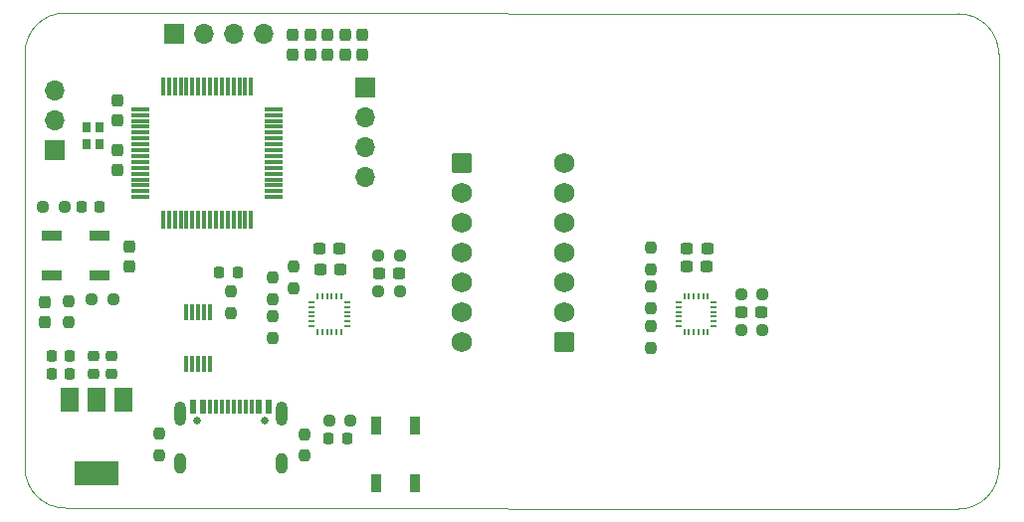
<source format=gts>
%TF.GenerationSoftware,KiCad,Pcbnew,7.0.2-0*%
%TF.CreationDate,2024-06-08T13:48:43+08:00*%
%TF.ProjectId,angle_detect,616e676c-655f-4646-9574-6563742e6b69,rev?*%
%TF.SameCoordinates,Original*%
%TF.FileFunction,Soldermask,Top*%
%TF.FilePolarity,Negative*%
%FSLAX46Y46*%
G04 Gerber Fmt 4.6, Leading zero omitted, Abs format (unit mm)*
G04 Created by KiCad (PCBNEW 7.0.2-0) date 2024-06-08 13:48:43*
%MOMM*%
%LPD*%
G01*
G04 APERTURE LIST*
G04 Aperture macros list*
%AMRoundRect*
0 Rectangle with rounded corners*
0 $1 Rounding radius*
0 $2 $3 $4 $5 $6 $7 $8 $9 X,Y pos of 4 corners*
0 Add a 4 corners polygon primitive as box body*
4,1,4,$2,$3,$4,$5,$6,$7,$8,$9,$2,$3,0*
0 Add four circle primitives for the rounded corners*
1,1,$1+$1,$2,$3*
1,1,$1+$1,$4,$5*
1,1,$1+$1,$6,$7*
1,1,$1+$1,$8,$9*
0 Add four rect primitives between the rounded corners*
20,1,$1+$1,$2,$3,$4,$5,0*
20,1,$1+$1,$4,$5,$6,$7,0*
20,1,$1+$1,$6,$7,$8,$9,0*
20,1,$1+$1,$8,$9,$2,$3,0*%
G04 Aperture macros list end*
%ADD10RoundRect,0.237500X0.237500X-0.250000X0.237500X0.250000X-0.237500X0.250000X-0.237500X-0.250000X0*%
%ADD11RoundRect,0.250000X-0.620000X0.620000X-0.620000X-0.620000X0.620000X-0.620000X0.620000X0.620000X0*%
%ADD12C,1.740000*%
%ADD13RoundRect,0.225000X0.225000X0.250000X-0.225000X0.250000X-0.225000X-0.250000X0.225000X-0.250000X0*%
%ADD14R,1.700000X1.700000*%
%ADD15O,1.700000X1.700000*%
%ADD16R,0.300000X1.400000*%
%ADD17RoundRect,0.050000X0.050000X-0.225000X0.050000X0.225000X-0.050000X0.225000X-0.050000X-0.225000X0*%
%ADD18RoundRect,0.050000X0.225000X0.050000X-0.225000X0.050000X-0.225000X-0.050000X0.225000X-0.050000X0*%
%ADD19RoundRect,0.237500X-0.237500X0.300000X-0.237500X-0.300000X0.237500X-0.300000X0.237500X0.300000X0*%
%ADD20RoundRect,0.218750X0.218750X0.256250X-0.218750X0.256250X-0.218750X-0.256250X0.218750X-0.256250X0*%
%ADD21RoundRect,0.237500X-0.300000X-0.237500X0.300000X-0.237500X0.300000X0.237500X-0.300000X0.237500X0*%
%ADD22R,0.800000X0.900000*%
%ADD23RoundRect,0.225000X0.250000X-0.225000X0.250000X0.225000X-0.250000X0.225000X-0.250000X-0.225000X0*%
%ADD24RoundRect,0.237500X0.300000X0.237500X-0.300000X0.237500X-0.300000X-0.237500X0.300000X-0.237500X0*%
%ADD25RoundRect,0.237500X0.250000X0.237500X-0.250000X0.237500X-0.250000X-0.237500X0.250000X-0.237500X0*%
%ADD26RoundRect,0.075000X-0.700000X-0.075000X0.700000X-0.075000X0.700000X0.075000X-0.700000X0.075000X0*%
%ADD27RoundRect,0.075000X-0.075000X-0.700000X0.075000X-0.700000X0.075000X0.700000X-0.075000X0.700000X0*%
%ADD28RoundRect,0.237500X0.237500X-0.300000X0.237500X0.300000X-0.237500X0.300000X-0.237500X-0.300000X0*%
%ADD29C,0.650000*%
%ADD30R,0.600000X1.240000*%
%ADD31R,0.300000X1.240000*%
%ADD32O,1.000000X2.100000*%
%ADD33O,1.000000X1.800000*%
%ADD34RoundRect,0.237500X-0.237500X0.250000X-0.237500X-0.250000X0.237500X-0.250000X0.237500X0.250000X0*%
%ADD35RoundRect,0.250000X0.620000X-0.620000X0.620000X0.620000X-0.620000X0.620000X-0.620000X-0.620000X0*%
%ADD36R,1.500000X2.000000*%
%ADD37R,3.800000X2.000000*%
%ADD38RoundRect,0.237500X-0.250000X-0.237500X0.250000X-0.237500X0.250000X0.237500X-0.250000X0.237500X0*%
%ADD39R,1.700000X0.900000*%
%ADD40RoundRect,0.218750X-0.218750X-0.256250X0.218750X-0.256250X0.218750X0.256250X-0.218750X0.256250X0*%
%ADD41R,0.900000X1.500000*%
%TA.AperFunction,Profile*%
%ADD42C,0.100000*%
%TD*%
G04 APERTURE END LIST*
D10*
%TO.C,R2*%
X73023000Y-166231000D03*
X73023000Y-164406000D03*
%TD*%
D11*
%TO.C,J2*%
X86475000Y-141351000D03*
D12*
X86475000Y-143891000D03*
X86475000Y-146431000D03*
X86475000Y-148971000D03*
X86475000Y-151511000D03*
X86475000Y-154051000D03*
X86475000Y-156591000D03*
%TD*%
D10*
%TO.C,R8*%
X102489000Y-153670000D03*
X102489000Y-151845000D03*
%TD*%
D13*
%TO.C,C4*%
X53099000Y-159258000D03*
X51549000Y-159258000D03*
%TD*%
%TO.C,C3*%
X53086000Y-157734000D03*
X51536000Y-157734000D03*
%TD*%
D10*
%TO.C,R11*%
X70358000Y-152908000D03*
X70358000Y-151083000D03*
%TD*%
D14*
%TO.C,J4*%
X78232000Y-134874000D03*
D15*
X78232000Y-137414000D03*
X78232000Y-139954000D03*
X78232000Y-142494000D03*
%TD*%
D16*
%TO.C,U5*%
X63008000Y-158410000D03*
X63508000Y-158410000D03*
X64008000Y-158410000D03*
X64508000Y-158410000D03*
X65008000Y-158410000D03*
X65008000Y-154010000D03*
X64508000Y-154010000D03*
X64008000Y-154010000D03*
X63508000Y-154010000D03*
X63008000Y-154010000D03*
%TD*%
D10*
%TO.C,R13*%
X72136000Y-151939000D03*
X72136000Y-150114000D03*
%TD*%
D17*
%TO.C,U3*%
X74184000Y-155678000D03*
X74584000Y-155678000D03*
X74984000Y-155678000D03*
X75384000Y-155678000D03*
X75784000Y-155678000D03*
X76184000Y-155678000D03*
D18*
X76684000Y-155178000D03*
X76684000Y-154778000D03*
X76684000Y-154378000D03*
X76684000Y-153978000D03*
X76684000Y-153578000D03*
X76684000Y-153178000D03*
D17*
X76184000Y-152678000D03*
X75784000Y-152678000D03*
X75384000Y-152678000D03*
X74984000Y-152678000D03*
X74584000Y-152678000D03*
X74184000Y-152678000D03*
D18*
X73684000Y-153178000D03*
X73684000Y-153578000D03*
X73684000Y-153978000D03*
X73684000Y-154378000D03*
X73684000Y-154778000D03*
X73684000Y-155178000D03*
%TD*%
D19*
%TO.C,C12*%
X76504800Y-130357200D03*
X76504800Y-132082200D03*
%TD*%
D20*
%TO.C,uart_led1*%
X67361000Y-150622000D03*
X65786000Y-150622000D03*
%TD*%
D14*
%TO.C,J6*%
X51816000Y-140208000D03*
D15*
X51816000Y-137668000D03*
X51816000Y-135128000D03*
%TD*%
D21*
%TO.C,C17*%
X79378000Y-150749000D03*
X81103000Y-150749000D03*
%TD*%
D22*
%TO.C,Y2*%
X54526000Y-138300000D03*
X54526000Y-139700000D03*
X55626000Y-139700000D03*
X55626000Y-138300000D03*
%TD*%
D20*
%TO.C,power_led1*%
X76706000Y-164787000D03*
X75131000Y-164787000D03*
%TD*%
D23*
%TO.C,C6*%
X56642000Y-159258000D03*
X56642000Y-157708000D03*
%TD*%
D24*
%TO.C,C16*%
X76147000Y-150368000D03*
X74422000Y-150368000D03*
%TD*%
D25*
%TO.C,R7*%
X112037500Y-155575000D03*
X110212500Y-155575000D03*
%TD*%
D26*
%TO.C,U1*%
X59095000Y-136712000D03*
X59095000Y-137212000D03*
X59095000Y-137712000D03*
X59095000Y-138212000D03*
X59095000Y-138712000D03*
X59095000Y-139212000D03*
X59095000Y-139712000D03*
X59095000Y-140212000D03*
X59095000Y-140712000D03*
X59095000Y-141212000D03*
X59095000Y-141712000D03*
X59095000Y-142212000D03*
X59095000Y-142712000D03*
X59095000Y-143212000D03*
X59095000Y-143712000D03*
X59095000Y-144212000D03*
D27*
X61020000Y-146137000D03*
X61520000Y-146137000D03*
X62020000Y-146137000D03*
X62520000Y-146137000D03*
X63020000Y-146137000D03*
X63520000Y-146137000D03*
X64020000Y-146137000D03*
X64520000Y-146137000D03*
X65020000Y-146137000D03*
X65520000Y-146137000D03*
X66020000Y-146137000D03*
X66520000Y-146137000D03*
X67020000Y-146137000D03*
X67520000Y-146137000D03*
X68020000Y-146137000D03*
X68520000Y-146137000D03*
D26*
X70445000Y-144212000D03*
X70445000Y-143712000D03*
X70445000Y-143212000D03*
X70445000Y-142712000D03*
X70445000Y-142212000D03*
X70445000Y-141712000D03*
X70445000Y-141212000D03*
X70445000Y-140712000D03*
X70445000Y-140212000D03*
X70445000Y-139712000D03*
X70445000Y-139212000D03*
X70445000Y-138712000D03*
X70445000Y-138212000D03*
X70445000Y-137712000D03*
X70445000Y-137212000D03*
X70445000Y-136712000D03*
D27*
X68520000Y-134787000D03*
X68020000Y-134787000D03*
X67520000Y-134787000D03*
X67020000Y-134787000D03*
X66520000Y-134787000D03*
X66020000Y-134787000D03*
X65520000Y-134787000D03*
X65020000Y-134787000D03*
X64520000Y-134787000D03*
X64020000Y-134787000D03*
X63520000Y-134787000D03*
X63020000Y-134787000D03*
X62520000Y-134787000D03*
X62020000Y-134787000D03*
X61520000Y-134787000D03*
X61020000Y-134787000D03*
%TD*%
D19*
%TO.C,C7*%
X57150000Y-135943000D03*
X57150000Y-137668000D03*
%TD*%
D24*
%TO.C,C2*%
X107315000Y-148590000D03*
X105590000Y-148590000D03*
%TD*%
D28*
%TO.C,C14*%
X50927000Y-154891000D03*
X50927000Y-153166000D03*
%TD*%
D29*
%TO.C,J3*%
X63912000Y-163198000D03*
X69692000Y-163198000D03*
D30*
X63602000Y-162078000D03*
X64402000Y-162078000D03*
D31*
X65552000Y-162078000D03*
X66552000Y-162078000D03*
X67052000Y-162078000D03*
X68052000Y-162078000D03*
D30*
X69202000Y-162078000D03*
X70002000Y-162078000D03*
X70002000Y-162078000D03*
X69202000Y-162078000D03*
D31*
X68552000Y-162078000D03*
X67552000Y-162078000D03*
X66052000Y-162078000D03*
X65052000Y-162078000D03*
D30*
X64402000Y-162078000D03*
X63602000Y-162078000D03*
D32*
X62482000Y-162678000D03*
D33*
X62482000Y-166878000D03*
D32*
X71122000Y-162678000D03*
D33*
X71122000Y-166878000D03*
%TD*%
D14*
%TO.C,J5*%
X61976000Y-130302000D03*
D15*
X64516000Y-130302000D03*
X67056000Y-130302000D03*
X69596000Y-130302000D03*
%TD*%
D34*
%TO.C,R1*%
X60704000Y-164359000D03*
X60704000Y-166184000D03*
%TD*%
D25*
%TO.C,R16*%
X112037500Y-152527000D03*
X110212500Y-152527000D03*
%TD*%
D34*
%TO.C,R5*%
X52959000Y-153066000D03*
X52959000Y-154891000D03*
%TD*%
D28*
%TO.C,C8*%
X57150000Y-141933000D03*
X57150000Y-140208000D03*
%TD*%
D25*
%TO.C,R14*%
X81153000Y-152273000D03*
X79328000Y-152273000D03*
%TD*%
D35*
%TO.C,J1*%
X95123000Y-156591000D03*
D12*
X95123000Y-154051000D03*
X95123000Y-151511000D03*
X95123000Y-148971000D03*
X95123000Y-146431000D03*
X95123000Y-143891000D03*
X95123000Y-141351000D03*
%TD*%
D36*
%TO.C,U4*%
X57672000Y-161442000D03*
X55372000Y-161442000D03*
D37*
X55372000Y-167742000D03*
D36*
X53072000Y-161442000D03*
%TD*%
D25*
%TO.C,R4*%
X52625000Y-145034000D03*
X50800000Y-145034000D03*
%TD*%
D38*
%TO.C,R9*%
X54967500Y-152908000D03*
X56792500Y-152908000D03*
%TD*%
D34*
%TO.C,R18*%
X66802000Y-152249500D03*
X66802000Y-154074500D03*
%TD*%
D19*
%TO.C,C11*%
X75031600Y-130355000D03*
X75031600Y-132080000D03*
%TD*%
D34*
%TO.C,R12*%
X70358000Y-154385000D03*
X70358000Y-156210000D03*
%TD*%
D19*
%TO.C,C15*%
X58166000Y-148414000D03*
X58166000Y-150139000D03*
%TD*%
D39*
%TO.C,SW2*%
X55626000Y-150876000D03*
X55626000Y-147476000D03*
%TD*%
D24*
%TO.C,C18*%
X76046500Y-148590000D03*
X74321500Y-148590000D03*
%TD*%
D34*
%TO.C,R10*%
X102489000Y-155194000D03*
X102489000Y-157019000D03*
%TD*%
D40*
%TO.C,user_led1*%
X54076500Y-145034000D03*
X55651500Y-145034000D03*
%TD*%
D19*
%TO.C,C10*%
X73558400Y-130356100D03*
X73558400Y-132081100D03*
%TD*%
D25*
%TO.C,R3*%
X76960000Y-163263000D03*
X75135000Y-163263000D03*
%TD*%
D24*
%TO.C,C1*%
X107288500Y-150114000D03*
X105563500Y-150114000D03*
%TD*%
D10*
%TO.C,R17*%
X102489000Y-150368000D03*
X102489000Y-148543000D03*
%TD*%
D21*
%TO.C,C19*%
X110236000Y-154051000D03*
X111961000Y-154051000D03*
%TD*%
D17*
%TO.C,U2*%
X105375200Y-155678000D03*
X105775200Y-155678000D03*
X106175200Y-155678000D03*
X106575200Y-155678000D03*
X106975200Y-155678000D03*
X107375200Y-155678000D03*
D18*
X107875200Y-155178000D03*
X107875200Y-154778000D03*
X107875200Y-154378000D03*
X107875200Y-153978000D03*
X107875200Y-153578000D03*
X107875200Y-153178000D03*
D17*
X107375200Y-152678000D03*
X106975200Y-152678000D03*
X106575200Y-152678000D03*
X106175200Y-152678000D03*
X105775200Y-152678000D03*
X105375200Y-152678000D03*
D18*
X104875200Y-153178000D03*
X104875200Y-153578000D03*
X104875200Y-153978000D03*
X104875200Y-154378000D03*
X104875200Y-154778000D03*
X104875200Y-155178000D03*
%TD*%
D19*
%TO.C,C9*%
X72085200Y-130356100D03*
X72085200Y-132081100D03*
%TD*%
D23*
%TO.C,C5*%
X55118000Y-159258000D03*
X55118000Y-157708000D03*
%TD*%
D25*
%TO.C,R15*%
X81153000Y-149225000D03*
X79328000Y-149225000D03*
%TD*%
D19*
%TO.C,C13*%
X77978000Y-130355000D03*
X77978000Y-132080000D03*
%TD*%
D41*
%TO.C,D1*%
X79122000Y-168566000D03*
X82422000Y-168566000D03*
X82422000Y-163666000D03*
X79122000Y-163666000D03*
%TD*%
D39*
%TO.C,SW1*%
X51562000Y-147476000D03*
X51562000Y-150876000D03*
%TD*%
D42*
X49276000Y-167259000D02*
G75*
G03*
X52705000Y-170688000I3429000J0D01*
G01*
X128701800Y-170764200D02*
G75*
G03*
X132130800Y-167335200I0J3429000D01*
G01*
X52705000Y-128524000D02*
X128701800Y-128600200D01*
X49276000Y-167259000D02*
X49276000Y-131953000D01*
X132130800Y-132029200D02*
X132130800Y-167335200D01*
X52705000Y-128524000D02*
G75*
G03*
X49276000Y-131953000I0J-3429000D01*
G01*
X128701800Y-170764200D02*
X52705000Y-170688000D01*
X132130800Y-132029200D02*
G75*
G03*
X128701800Y-128600200I-3429000J0D01*
G01*
M02*

</source>
